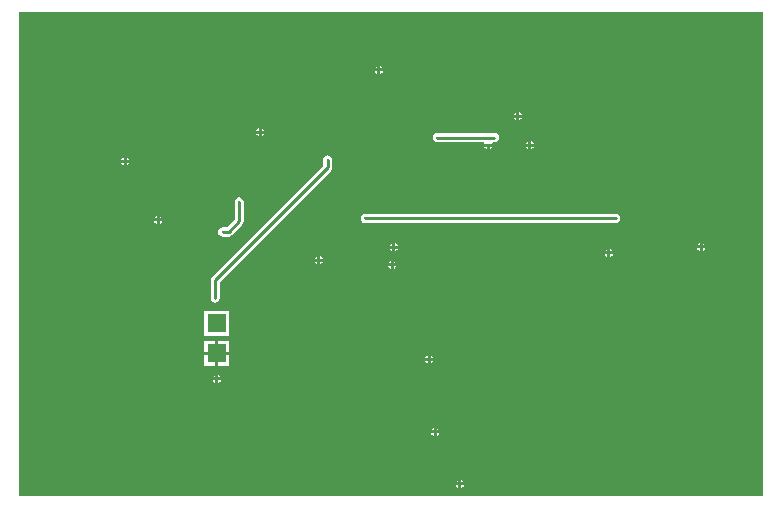
<source format=gbl>
G04*
G04 #@! TF.GenerationSoftware,Altium Limited,Altium Designer,18.1.7 (191)*
G04*
G04 Layer_Physical_Order=2*
G04 Layer_Color=16711680*
%FSLAX25Y25*%
%MOIN*%
G70*
G01*
G75*
%ADD17C,0.01000*%
%ADD44R,0.06299X0.06299*%
%ADD45C,0.00787*%
G36*
X263779Y19685D02*
X15748D01*
Y181102D01*
X263779D01*
Y19685D01*
D02*
G37*
%LPC*%
G36*
X136279Y162971D02*
Y162150D01*
X137101D01*
X137092Y162193D01*
X136784Y162654D01*
X136323Y162962D01*
X136279Y162971D01*
D02*
G37*
G36*
X135280D02*
X135236Y162962D01*
X134775Y162654D01*
X134467Y162193D01*
X134458Y162150D01*
X135280D01*
Y162971D01*
D02*
G37*
G36*
X137101Y161150D02*
X136279D01*
Y160328D01*
X136323Y160337D01*
X136784Y160645D01*
X137092Y161106D01*
X137101Y161150D01*
D02*
G37*
G36*
X135280D02*
X134458D01*
X134467Y161106D01*
X134775Y160645D01*
X135236Y160337D01*
X135280Y160328D01*
Y161150D01*
D02*
G37*
G36*
X182583Y147573D02*
Y146752D01*
X183404D01*
X183396Y146796D01*
X183088Y147257D01*
X182626Y147565D01*
X182583Y147573D01*
D02*
G37*
G36*
X181583D02*
X181539Y147565D01*
X181078Y147257D01*
X180770Y146796D01*
X180761Y146752D01*
X181583D01*
Y147573D01*
D02*
G37*
G36*
X183404Y145752D02*
X182583D01*
Y144930D01*
X182626Y144939D01*
X183088Y145247D01*
X183396Y145708D01*
X183404Y145752D01*
D02*
G37*
G36*
X181583D02*
X180761D01*
X180770Y145708D01*
X181078Y145247D01*
X181539Y144939D01*
X181583Y144930D01*
Y145752D01*
D02*
G37*
G36*
X96780Y142223D02*
Y141402D01*
X97601D01*
X97592Y141445D01*
X97284Y141906D01*
X96823Y142214D01*
X96780Y142223D01*
D02*
G37*
G36*
X95780D02*
X95736Y142214D01*
X95275Y141906D01*
X94967Y141445D01*
X94958Y141402D01*
X95780D01*
Y142223D01*
D02*
G37*
G36*
X97601Y140402D02*
X96780D01*
Y139580D01*
X96823Y139589D01*
X97284Y139897D01*
X97592Y140358D01*
X97601Y140402D01*
D02*
G37*
G36*
X95780D02*
X94958D01*
X94967Y140358D01*
X95275Y139897D01*
X95736Y139589D01*
X95780Y139580D01*
Y140402D01*
D02*
G37*
G36*
X186622Y137908D02*
Y137087D01*
X187444D01*
X187435Y137130D01*
X187127Y137591D01*
X186666Y137899D01*
X186622Y137908D01*
D02*
G37*
G36*
X185622D02*
X185578Y137899D01*
X185117Y137591D01*
X184809Y137130D01*
X184801Y137087D01*
X185622D01*
Y137908D01*
D02*
G37*
G36*
X174311Y140647D02*
X155311D01*
X154726Y140531D01*
X154230Y140199D01*
X153898Y139703D01*
X153782Y139118D01*
X153898Y138533D01*
X154230Y138037D01*
X154726Y137705D01*
X155311Y137589D01*
X170806D01*
X171008Y137210D01*
X171021Y137089D01*
X171021Y137087D01*
X173664D01*
X173664Y137089D01*
X173677Y137210D01*
X173880Y137589D01*
X174311D01*
X174896Y137705D01*
X175392Y138037D01*
X175724Y138533D01*
X175840Y139118D01*
X175724Y139703D01*
X175392Y140199D01*
X174896Y140531D01*
X174311Y140647D01*
D02*
G37*
G36*
X187444Y136087D02*
X186622D01*
Y135265D01*
X186666Y135274D01*
X187127Y135582D01*
X187435Y136043D01*
X187444Y136087D01*
D02*
G37*
G36*
X185622D02*
X184801D01*
X184809Y136043D01*
X185117Y135582D01*
X185578Y135274D01*
X185622Y135265D01*
Y136087D01*
D02*
G37*
G36*
X173664D02*
X172843D01*
Y135265D01*
X172886Y135274D01*
X173347Y135582D01*
X173655Y136043D01*
X173664Y136087D01*
D02*
G37*
G36*
X171843D02*
X171021D01*
X171030Y136043D01*
X171338Y135582D01*
X171799Y135274D01*
X171843Y135265D01*
Y136087D01*
D02*
G37*
G36*
X51780Y132471D02*
Y131650D01*
X52601D01*
X52592Y131693D01*
X52284Y132154D01*
X51823Y132462D01*
X51780Y132471D01*
D02*
G37*
G36*
X50779D02*
X50736Y132462D01*
X50275Y132154D01*
X49967Y131693D01*
X49958Y131650D01*
X50779D01*
Y132471D01*
D02*
G37*
G36*
X52601Y130650D02*
X51780D01*
Y129828D01*
X51823Y129837D01*
X52284Y130145D01*
X52592Y130606D01*
X52601Y130650D01*
D02*
G37*
G36*
X50779D02*
X49958D01*
X49967Y130606D01*
X50275Y130145D01*
X50736Y129837D01*
X50779Y129828D01*
Y130650D01*
D02*
G37*
G36*
X62779Y112971D02*
Y112150D01*
X63601D01*
X63592Y112193D01*
X63284Y112654D01*
X62823Y112962D01*
X62779Y112971D01*
D02*
G37*
G36*
X61779D02*
X61736Y112962D01*
X61275Y112654D01*
X60967Y112193D01*
X60958Y112150D01*
X61779D01*
Y112971D01*
D02*
G37*
G36*
X214779Y113679D02*
X131280D01*
X130694Y113563D01*
X130198Y113231D01*
X129867Y112735D01*
X129750Y112150D01*
X129867Y111564D01*
X130198Y111068D01*
X130694Y110737D01*
X131280Y110620D01*
X214779D01*
X215365Y110737D01*
X215861Y111068D01*
X216193Y111564D01*
X216309Y112150D01*
X216193Y112735D01*
X215861Y113231D01*
X215365Y113563D01*
X214779Y113679D01*
D02*
G37*
G36*
X63601Y111150D02*
X62779D01*
Y110328D01*
X62823Y110337D01*
X63284Y110645D01*
X63592Y111106D01*
X63601Y111150D01*
D02*
G37*
G36*
X61779D02*
X60958D01*
X60967Y111106D01*
X61275Y110645D01*
X61736Y110337D01*
X61779Y110328D01*
Y111150D01*
D02*
G37*
G36*
X89280Y119179D02*
X88694Y119063D01*
X88198Y118731D01*
X87867Y118235D01*
X87750Y117650D01*
Y111783D01*
X85146Y109179D01*
X83780D01*
X83194Y109063D01*
X82698Y108731D01*
X82367Y108235D01*
X82250Y107650D01*
X82367Y107064D01*
X82698Y106568D01*
X83194Y106237D01*
X83780Y106120D01*
X85780D01*
X86365Y106237D01*
X86861Y106568D01*
X90361Y110068D01*
X90693Y110564D01*
X90809Y111150D01*
Y117650D01*
X90693Y118235D01*
X90361Y118731D01*
X89865Y119063D01*
X89280Y119179D01*
D02*
G37*
G36*
X243779Y103971D02*
Y103150D01*
X244601D01*
X244592Y103193D01*
X244284Y103654D01*
X243823Y103962D01*
X243779Y103971D01*
D02*
G37*
G36*
X242779D02*
X242736Y103962D01*
X242275Y103654D01*
X241967Y103193D01*
X241958Y103150D01*
X242779D01*
Y103971D01*
D02*
G37*
G36*
X141311Y103940D02*
Y103118D01*
X142133D01*
X142124Y103162D01*
X141816Y103623D01*
X141355Y103931D01*
X141311Y103940D01*
D02*
G37*
G36*
X140311D02*
X140267Y103931D01*
X139806Y103623D01*
X139498Y103162D01*
X139489Y103118D01*
X140311D01*
Y103940D01*
D02*
G37*
G36*
X244601Y102150D02*
X243779D01*
Y101328D01*
X243823Y101337D01*
X244284Y101645D01*
X244592Y102106D01*
X244601Y102150D01*
D02*
G37*
G36*
X242779D02*
X241958D01*
X241967Y102106D01*
X242275Y101645D01*
X242736Y101337D01*
X242779Y101328D01*
Y102150D01*
D02*
G37*
G36*
X142133Y102118D02*
X141311D01*
Y101297D01*
X141355Y101305D01*
X141816Y101613D01*
X142124Y102074D01*
X142133Y102118D01*
D02*
G37*
G36*
X140311D02*
X139489D01*
X139498Y102074D01*
X139806Y101613D01*
X140267Y101305D01*
X140311Y101297D01*
Y102118D01*
D02*
G37*
G36*
X212949Y101971D02*
Y101150D01*
X213770D01*
X213762Y101193D01*
X213454Y101654D01*
X212993Y101962D01*
X212949Y101971D01*
D02*
G37*
G36*
X211949D02*
X211905Y101962D01*
X211444Y101654D01*
X211136Y101193D01*
X211127Y101150D01*
X211949D01*
Y101971D01*
D02*
G37*
G36*
X213770Y100150D02*
X212949D01*
Y99328D01*
X212993Y99337D01*
X213454Y99645D01*
X213762Y100106D01*
X213770Y100150D01*
D02*
G37*
G36*
X211949D02*
X211127D01*
X211136Y100106D01*
X211444Y99645D01*
X211905Y99337D01*
X211949Y99328D01*
Y100150D01*
D02*
G37*
G36*
X116311Y99534D02*
Y98713D01*
X117133D01*
X117124Y98756D01*
X116816Y99217D01*
X116355Y99525D01*
X116311Y99534D01*
D02*
G37*
G36*
X115311D02*
X115267Y99525D01*
X114806Y99217D01*
X114498Y98756D01*
X114489Y98713D01*
X115311D01*
Y99534D01*
D02*
G37*
G36*
X140779Y98034D02*
Y97213D01*
X141601D01*
X141592Y97256D01*
X141284Y97717D01*
X140823Y98025D01*
X140779Y98034D01*
D02*
G37*
G36*
X139779D02*
X139736Y98025D01*
X139275Y97717D01*
X138967Y97256D01*
X138958Y97213D01*
X139779D01*
Y98034D01*
D02*
G37*
G36*
X117133Y97713D02*
X116311D01*
Y96891D01*
X116355Y96900D01*
X116816Y97208D01*
X117124Y97669D01*
X117133Y97713D01*
D02*
G37*
G36*
X115311D02*
X114489D01*
X114498Y97669D01*
X114806Y97208D01*
X115267Y96900D01*
X115311Y96891D01*
Y97713D01*
D02*
G37*
G36*
X141601Y96213D02*
X140779D01*
Y95391D01*
X140823Y95400D01*
X141284Y95708D01*
X141592Y96169D01*
X141601Y96213D01*
D02*
G37*
G36*
X139779D02*
X138958D01*
X138967Y96169D01*
X139275Y95708D01*
X139736Y95400D01*
X139779Y95391D01*
Y96213D01*
D02*
G37*
G36*
X118780Y133179D02*
X118194Y133063D01*
X117698Y132731D01*
X117367Y132235D01*
X117250Y131650D01*
Y129783D01*
X80198Y92731D01*
X79867Y92235D01*
X79750Y91650D01*
Y85650D01*
X79867Y85064D01*
X80198Y84568D01*
X80694Y84237D01*
X81279Y84120D01*
X81865Y84237D01*
X82361Y84568D01*
X82692Y85064D01*
X82809Y85650D01*
Y91016D01*
X119861Y128068D01*
X120193Y128564D01*
X120309Y129150D01*
Y131650D01*
X120193Y132235D01*
X119861Y132731D01*
X119365Y133063D01*
X118780Y133179D01*
D02*
G37*
G36*
X85929Y81299D02*
X77630D01*
Y73000D01*
X85929D01*
Y81299D01*
D02*
G37*
G36*
Y71299D02*
X82279D01*
Y67650D01*
X85929D01*
Y71299D01*
D02*
G37*
G36*
X81279D02*
X77630D01*
Y67650D01*
X81279D01*
Y71299D01*
D02*
G37*
G36*
X153157Y66471D02*
Y65650D01*
X153979D01*
X153970Y65693D01*
X153662Y66154D01*
X153201Y66462D01*
X153157Y66471D01*
D02*
G37*
G36*
X152157D02*
X152114Y66462D01*
X151653Y66154D01*
X151345Y65693D01*
X151336Y65650D01*
X152157D01*
Y66471D01*
D02*
G37*
G36*
X153979Y64650D02*
X153157D01*
Y63828D01*
X153201Y63837D01*
X153662Y64145D01*
X153970Y64606D01*
X153979Y64650D01*
D02*
G37*
G36*
X152157D02*
X151336D01*
X151345Y64606D01*
X151653Y64145D01*
X152114Y63837D01*
X152157Y63828D01*
Y64650D01*
D02*
G37*
G36*
X85929Y66650D02*
X82279D01*
Y63000D01*
X85929D01*
Y66650D01*
D02*
G37*
G36*
X81279D02*
X77630D01*
Y63000D01*
X81279D01*
Y66650D01*
D02*
G37*
G36*
X82279Y59971D02*
Y59150D01*
X83101D01*
X83092Y59193D01*
X82784Y59654D01*
X82323Y59962D01*
X82279Y59971D01*
D02*
G37*
G36*
X81279D02*
X81236Y59962D01*
X80775Y59654D01*
X80467Y59193D01*
X80458Y59150D01*
X81279D01*
Y59971D01*
D02*
G37*
G36*
X83101Y58150D02*
X82279D01*
Y57328D01*
X82323Y57337D01*
X82784Y57645D01*
X83092Y58106D01*
X83101Y58150D01*
D02*
G37*
G36*
X81279D02*
X80458D01*
X80467Y58106D01*
X80775Y57645D01*
X81236Y57337D01*
X81279Y57328D01*
Y58150D01*
D02*
G37*
G36*
X155126Y42318D02*
Y41496D01*
X155947D01*
X155939Y41540D01*
X155631Y42001D01*
X155170Y42309D01*
X155126Y42318D01*
D02*
G37*
G36*
X154126D02*
X154082Y42309D01*
X153621Y42001D01*
X153313Y41540D01*
X153304Y41496D01*
X154126D01*
Y42318D01*
D02*
G37*
G36*
X155947Y40496D02*
X155126D01*
Y39674D01*
X155170Y39683D01*
X155631Y39991D01*
X155939Y40452D01*
X155947Y40496D01*
D02*
G37*
G36*
X154126D02*
X153304D01*
X153313Y40452D01*
X153621Y39991D01*
X154082Y39683D01*
X154126Y39674D01*
Y40496D01*
D02*
G37*
G36*
X163279Y24971D02*
Y24150D01*
X164101D01*
X164092Y24193D01*
X163784Y24654D01*
X163323Y24962D01*
X163279Y24971D01*
D02*
G37*
G36*
X162279D02*
X162236Y24962D01*
X161775Y24654D01*
X161467Y24193D01*
X161458Y24150D01*
X162279D01*
Y24971D01*
D02*
G37*
G36*
X164101Y23150D02*
X163279D01*
Y22328D01*
X163323Y22337D01*
X163784Y22645D01*
X164092Y23106D01*
X164101Y23150D01*
D02*
G37*
G36*
X162279D02*
X161458D01*
X161467Y23106D01*
X161775Y22645D01*
X162236Y22337D01*
X162279Y22328D01*
Y23150D01*
D02*
G37*
%LPD*%
D17*
X131280Y112150D02*
X214779D01*
X81279Y85650D02*
Y91650D01*
X118780Y129150D01*
Y131650D01*
X89280Y111150D02*
Y117650D01*
X85780Y107650D02*
X89280Y111150D01*
X83780Y107650D02*
X85780D01*
X155311Y139118D02*
X174311D01*
D44*
X81779Y77150D02*
D03*
Y67150D02*
D03*
D45*
X243280Y102650D02*
D03*
X214779Y112150D02*
D03*
X131280D02*
D03*
X81279Y85650D02*
D03*
X81779Y58650D02*
D03*
X118780Y131650D02*
D03*
X140811Y102618D02*
D03*
X89280Y117650D02*
D03*
X83780Y107650D02*
D03*
X51279Y131150D02*
D03*
X62279Y111650D02*
D03*
X96280Y140902D02*
D03*
X135780Y161650D02*
D03*
X155311Y139118D02*
D03*
X174311D02*
D03*
X154626Y40996D02*
D03*
X140279Y96713D02*
D03*
X115811Y98213D02*
D03*
X212449Y100650D02*
D03*
X162779Y23650D02*
D03*
X152657Y65150D02*
D03*
X182083Y146252D02*
D03*
X186122Y136587D02*
D03*
X172343D02*
D03*
M02*

</source>
